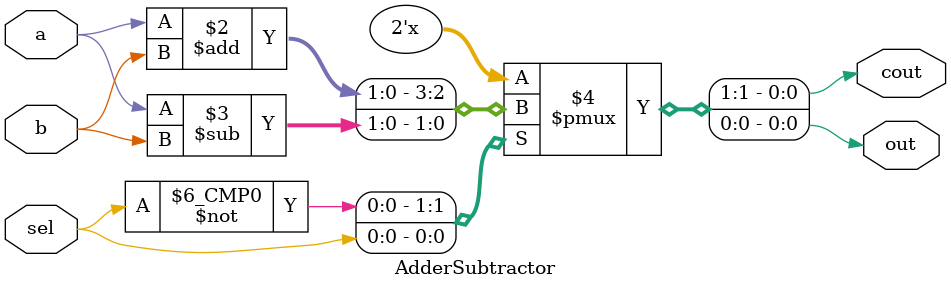
<source format=v>
module AdderSubtractor(a, b, sel, out, cout);

	parameter N = 1;

	input [N - 1: 0] a, b;
	input sel;
	output reg [N - 1: 0] out;
	output reg cout;

	always @ (*)
	begin
		case (sel)
			1'b0: {cout, out} = a + b;
			1'b1: {cout, out} = a - b;
		endcase
	end

endmodule
</source>
